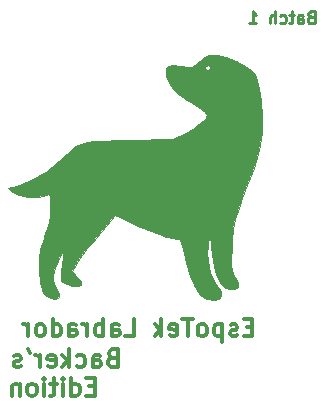
<source format=gbr>
G04 #@! TF.FileFunction,Legend,Bot*
%FSLAX46Y46*%
G04 Gerber Fmt 4.6, Leading zero omitted, Abs format (unit mm)*
G04 Created by KiCad (PCBNEW 4.0.4-stable) date 04/18/17 12:51:57*
%MOMM*%
%LPD*%
G01*
G04 APERTURE LIST*
%ADD10C,0.100000*%
%ADD11C,0.250000*%
%ADD12C,0.300000*%
%ADD13C,0.010000*%
G04 APERTURE END LIST*
D10*
D11*
X101794962Y-99801371D02*
X101652105Y-99848990D01*
X101604486Y-99896610D01*
X101556867Y-99991848D01*
X101556867Y-100134705D01*
X101604486Y-100229943D01*
X101652105Y-100277562D01*
X101747343Y-100325181D01*
X102128296Y-100325181D01*
X102128296Y-99325181D01*
X101794962Y-99325181D01*
X101699724Y-99372800D01*
X101652105Y-99420419D01*
X101604486Y-99515657D01*
X101604486Y-99610895D01*
X101652105Y-99706133D01*
X101699724Y-99753752D01*
X101794962Y-99801371D01*
X102128296Y-99801371D01*
X100699724Y-100325181D02*
X100699724Y-99801371D01*
X100747343Y-99706133D01*
X100842581Y-99658514D01*
X101033058Y-99658514D01*
X101128296Y-99706133D01*
X100699724Y-100277562D02*
X100794962Y-100325181D01*
X101033058Y-100325181D01*
X101128296Y-100277562D01*
X101175915Y-100182324D01*
X101175915Y-100087086D01*
X101128296Y-99991848D01*
X101033058Y-99944229D01*
X100794962Y-99944229D01*
X100699724Y-99896610D01*
X100366391Y-99658514D02*
X99985439Y-99658514D01*
X100223534Y-99325181D02*
X100223534Y-100182324D01*
X100175915Y-100277562D01*
X100080677Y-100325181D01*
X99985439Y-100325181D01*
X99223533Y-100277562D02*
X99318771Y-100325181D01*
X99509248Y-100325181D01*
X99604486Y-100277562D01*
X99652105Y-100229943D01*
X99699724Y-100134705D01*
X99699724Y-99848990D01*
X99652105Y-99753752D01*
X99604486Y-99706133D01*
X99509248Y-99658514D01*
X99318771Y-99658514D01*
X99223533Y-99706133D01*
X98794962Y-100325181D02*
X98794962Y-99325181D01*
X98366390Y-100325181D02*
X98366390Y-99801371D01*
X98414009Y-99706133D01*
X98509247Y-99658514D01*
X98652105Y-99658514D01*
X98747343Y-99706133D01*
X98794962Y-99753752D01*
X96604485Y-100325181D02*
X97175914Y-100325181D01*
X96890200Y-100325181D02*
X96890200Y-99325181D01*
X96985438Y-99468038D01*
X97080676Y-99563276D01*
X97175914Y-99610895D01*
D12*
X83522700Y-131071157D02*
X83022700Y-131071157D01*
X82808414Y-131856871D02*
X83522700Y-131856871D01*
X83522700Y-130356871D01*
X82808414Y-130356871D01*
X81522700Y-131856871D02*
X81522700Y-130356871D01*
X81522700Y-131785443D02*
X81665557Y-131856871D01*
X81951271Y-131856871D01*
X82094129Y-131785443D01*
X82165557Y-131714014D01*
X82236986Y-131571157D01*
X82236986Y-131142586D01*
X82165557Y-130999729D01*
X82094129Y-130928300D01*
X81951271Y-130856871D01*
X81665557Y-130856871D01*
X81522700Y-130928300D01*
X80808414Y-131856871D02*
X80808414Y-130856871D01*
X80808414Y-130356871D02*
X80879843Y-130428300D01*
X80808414Y-130499729D01*
X80736986Y-130428300D01*
X80808414Y-130356871D01*
X80808414Y-130499729D01*
X80308414Y-130856871D02*
X79736985Y-130856871D01*
X80094128Y-130356871D02*
X80094128Y-131642586D01*
X80022700Y-131785443D01*
X79879842Y-131856871D01*
X79736985Y-131856871D01*
X79236985Y-131856871D02*
X79236985Y-130856871D01*
X79236985Y-130356871D02*
X79308414Y-130428300D01*
X79236985Y-130499729D01*
X79165557Y-130428300D01*
X79236985Y-130356871D01*
X79236985Y-130499729D01*
X78308413Y-131856871D02*
X78451271Y-131785443D01*
X78522699Y-131714014D01*
X78594128Y-131571157D01*
X78594128Y-131142586D01*
X78522699Y-130999729D01*
X78451271Y-130928300D01*
X78308413Y-130856871D01*
X78094128Y-130856871D01*
X77951271Y-130928300D01*
X77879842Y-130999729D01*
X77808413Y-131142586D01*
X77808413Y-131571157D01*
X77879842Y-131714014D01*
X77951271Y-131785443D01*
X78094128Y-131856871D01*
X78308413Y-131856871D01*
X77165556Y-130856871D02*
X77165556Y-131856871D01*
X77165556Y-130999729D02*
X77094128Y-130928300D01*
X76951270Y-130856871D01*
X76736985Y-130856871D01*
X76594128Y-130928300D01*
X76522699Y-131071157D01*
X76522699Y-131856871D01*
X84995057Y-128658157D02*
X84780771Y-128729586D01*
X84709343Y-128801014D01*
X84637914Y-128943871D01*
X84637914Y-129158157D01*
X84709343Y-129301014D01*
X84780771Y-129372443D01*
X84923629Y-129443871D01*
X85495057Y-129443871D01*
X85495057Y-127943871D01*
X84995057Y-127943871D01*
X84852200Y-128015300D01*
X84780771Y-128086729D01*
X84709343Y-128229586D01*
X84709343Y-128372443D01*
X84780771Y-128515300D01*
X84852200Y-128586729D01*
X84995057Y-128658157D01*
X85495057Y-128658157D01*
X83352200Y-129443871D02*
X83352200Y-128658157D01*
X83423629Y-128515300D01*
X83566486Y-128443871D01*
X83852200Y-128443871D01*
X83995057Y-128515300D01*
X83352200Y-129372443D02*
X83495057Y-129443871D01*
X83852200Y-129443871D01*
X83995057Y-129372443D01*
X84066486Y-129229586D01*
X84066486Y-129086729D01*
X83995057Y-128943871D01*
X83852200Y-128872443D01*
X83495057Y-128872443D01*
X83352200Y-128801014D01*
X81995057Y-129372443D02*
X82137914Y-129443871D01*
X82423628Y-129443871D01*
X82566486Y-129372443D01*
X82637914Y-129301014D01*
X82709343Y-129158157D01*
X82709343Y-128729586D01*
X82637914Y-128586729D01*
X82566486Y-128515300D01*
X82423628Y-128443871D01*
X82137914Y-128443871D01*
X81995057Y-128515300D01*
X81352200Y-129443871D02*
X81352200Y-127943871D01*
X81209343Y-128872443D02*
X80780772Y-129443871D01*
X80780772Y-128443871D02*
X81352200Y-129015300D01*
X79566486Y-129372443D02*
X79709343Y-129443871D01*
X79995057Y-129443871D01*
X80137914Y-129372443D01*
X80209343Y-129229586D01*
X80209343Y-128658157D01*
X80137914Y-128515300D01*
X79995057Y-128443871D01*
X79709343Y-128443871D01*
X79566486Y-128515300D01*
X79495057Y-128658157D01*
X79495057Y-128801014D01*
X80209343Y-128943871D01*
X78852200Y-129443871D02*
X78852200Y-128443871D01*
X78852200Y-128729586D02*
X78780772Y-128586729D01*
X78709343Y-128515300D01*
X78566486Y-128443871D01*
X78423629Y-128443871D01*
X77852201Y-127943871D02*
X77995058Y-128229586D01*
X77280772Y-129372443D02*
X77137915Y-129443871D01*
X76852200Y-129443871D01*
X76709343Y-129372443D01*
X76637915Y-129229586D01*
X76637915Y-129158157D01*
X76709343Y-129015300D01*
X76852200Y-128943871D01*
X77066486Y-128943871D01*
X77209343Y-128872443D01*
X77280772Y-128729586D01*
X77280772Y-128658157D01*
X77209343Y-128515300D01*
X77066486Y-128443871D01*
X76852200Y-128443871D01*
X76709343Y-128515300D01*
X96868843Y-126054657D02*
X96368843Y-126054657D01*
X96154557Y-126840371D02*
X96868843Y-126840371D01*
X96868843Y-125340371D01*
X96154557Y-125340371D01*
X95583129Y-126768943D02*
X95440272Y-126840371D01*
X95154557Y-126840371D01*
X95011700Y-126768943D01*
X94940272Y-126626086D01*
X94940272Y-126554657D01*
X95011700Y-126411800D01*
X95154557Y-126340371D01*
X95368843Y-126340371D01*
X95511700Y-126268943D01*
X95583129Y-126126086D01*
X95583129Y-126054657D01*
X95511700Y-125911800D01*
X95368843Y-125840371D01*
X95154557Y-125840371D01*
X95011700Y-125911800D01*
X94297414Y-125840371D02*
X94297414Y-127340371D01*
X94297414Y-125911800D02*
X94154557Y-125840371D01*
X93868843Y-125840371D01*
X93725986Y-125911800D01*
X93654557Y-125983229D01*
X93583128Y-126126086D01*
X93583128Y-126554657D01*
X93654557Y-126697514D01*
X93725986Y-126768943D01*
X93868843Y-126840371D01*
X94154557Y-126840371D01*
X94297414Y-126768943D01*
X92725985Y-126840371D02*
X92868843Y-126768943D01*
X92940271Y-126697514D01*
X93011700Y-126554657D01*
X93011700Y-126126086D01*
X92940271Y-125983229D01*
X92868843Y-125911800D01*
X92725985Y-125840371D01*
X92511700Y-125840371D01*
X92368843Y-125911800D01*
X92297414Y-125983229D01*
X92225985Y-126126086D01*
X92225985Y-126554657D01*
X92297414Y-126697514D01*
X92368843Y-126768943D01*
X92511700Y-126840371D01*
X92725985Y-126840371D01*
X91797414Y-125340371D02*
X90940271Y-125340371D01*
X91368842Y-126840371D02*
X91368842Y-125340371D01*
X89868843Y-126768943D02*
X90011700Y-126840371D01*
X90297414Y-126840371D01*
X90440271Y-126768943D01*
X90511700Y-126626086D01*
X90511700Y-126054657D01*
X90440271Y-125911800D01*
X90297414Y-125840371D01*
X90011700Y-125840371D01*
X89868843Y-125911800D01*
X89797414Y-126054657D01*
X89797414Y-126197514D01*
X90511700Y-126340371D01*
X89154557Y-126840371D02*
X89154557Y-125340371D01*
X89011700Y-126268943D02*
X88583129Y-126840371D01*
X88583129Y-125840371D02*
X89154557Y-126411800D01*
X86083128Y-126840371D02*
X86797414Y-126840371D01*
X86797414Y-125340371D01*
X84940271Y-126840371D02*
X84940271Y-126054657D01*
X85011700Y-125911800D01*
X85154557Y-125840371D01*
X85440271Y-125840371D01*
X85583128Y-125911800D01*
X84940271Y-126768943D02*
X85083128Y-126840371D01*
X85440271Y-126840371D01*
X85583128Y-126768943D01*
X85654557Y-126626086D01*
X85654557Y-126483229D01*
X85583128Y-126340371D01*
X85440271Y-126268943D01*
X85083128Y-126268943D01*
X84940271Y-126197514D01*
X84225985Y-126840371D02*
X84225985Y-125340371D01*
X84225985Y-125911800D02*
X84083128Y-125840371D01*
X83797414Y-125840371D01*
X83654557Y-125911800D01*
X83583128Y-125983229D01*
X83511699Y-126126086D01*
X83511699Y-126554657D01*
X83583128Y-126697514D01*
X83654557Y-126768943D01*
X83797414Y-126840371D01*
X84083128Y-126840371D01*
X84225985Y-126768943D01*
X82868842Y-126840371D02*
X82868842Y-125840371D01*
X82868842Y-126126086D02*
X82797414Y-125983229D01*
X82725985Y-125911800D01*
X82583128Y-125840371D01*
X82440271Y-125840371D01*
X81297414Y-126840371D02*
X81297414Y-126054657D01*
X81368843Y-125911800D01*
X81511700Y-125840371D01*
X81797414Y-125840371D01*
X81940271Y-125911800D01*
X81297414Y-126768943D02*
X81440271Y-126840371D01*
X81797414Y-126840371D01*
X81940271Y-126768943D01*
X82011700Y-126626086D01*
X82011700Y-126483229D01*
X81940271Y-126340371D01*
X81797414Y-126268943D01*
X81440271Y-126268943D01*
X81297414Y-126197514D01*
X79940271Y-126840371D02*
X79940271Y-125340371D01*
X79940271Y-126768943D02*
X80083128Y-126840371D01*
X80368842Y-126840371D01*
X80511700Y-126768943D01*
X80583128Y-126697514D01*
X80654557Y-126554657D01*
X80654557Y-126126086D01*
X80583128Y-125983229D01*
X80511700Y-125911800D01*
X80368842Y-125840371D01*
X80083128Y-125840371D01*
X79940271Y-125911800D01*
X79011699Y-126840371D02*
X79154557Y-126768943D01*
X79225985Y-126697514D01*
X79297414Y-126554657D01*
X79297414Y-126126086D01*
X79225985Y-125983229D01*
X79154557Y-125911800D01*
X79011699Y-125840371D01*
X78797414Y-125840371D01*
X78654557Y-125911800D01*
X78583128Y-125983229D01*
X78511699Y-126126086D01*
X78511699Y-126554657D01*
X78583128Y-126697514D01*
X78654557Y-126768943D01*
X78797414Y-126840371D01*
X79011699Y-126840371D01*
X77868842Y-126840371D02*
X77868842Y-125840371D01*
X77868842Y-126126086D02*
X77797414Y-125983229D01*
X77725985Y-125911800D01*
X77583128Y-125840371D01*
X77440271Y-125840371D01*
D13*
G36*
X93882956Y-103050215D02*
X94658703Y-103230806D01*
X95465333Y-103540380D01*
X96206901Y-103930122D01*
X96787461Y-104351218D01*
X97066854Y-104670113D01*
X97261997Y-105147664D01*
X97444505Y-105888604D01*
X97596590Y-106819939D01*
X97603192Y-106871095D01*
X97702993Y-108246578D01*
X97636267Y-109608830D01*
X97391348Y-111029524D01*
X96956573Y-112580332D01*
X96437992Y-114031109D01*
X96021802Y-115122505D01*
X95712463Y-115976875D01*
X95491627Y-116669454D01*
X95340946Y-117275478D01*
X95242071Y-117870180D01*
X95176653Y-118528795D01*
X95126346Y-119326557D01*
X95120572Y-119432992D01*
X95080255Y-120266776D01*
X95071332Y-120839410D01*
X95102252Y-121225383D01*
X95181462Y-121499185D01*
X95317412Y-121735307D01*
X95393753Y-121841552D01*
X95657127Y-122321549D01*
X95623731Y-122644990D01*
X95294586Y-122809241D01*
X95009692Y-122830867D01*
X94509362Y-122741918D01*
X94173352Y-122431295D01*
X94162465Y-122414900D01*
X93945835Y-121950388D01*
X93730952Y-121271078D01*
X93547298Y-120497448D01*
X93424355Y-119749980D01*
X93389540Y-119256364D01*
X93348310Y-118850796D01*
X93249197Y-118635903D01*
X93218841Y-118625569D01*
X93113643Y-118777273D01*
X93061596Y-119175620D01*
X93060195Y-119735468D01*
X93106936Y-120371673D01*
X93199313Y-120999091D01*
X93301271Y-121427054D01*
X93511870Y-121978257D01*
X93765256Y-122429861D01*
X93890013Y-122577032D01*
X94208914Y-123005298D01*
X94238428Y-123386942D01*
X94025522Y-123668381D01*
X93617161Y-123796032D01*
X93060311Y-123716310D01*
X92932381Y-123669611D01*
X92447906Y-123310693D01*
X91988977Y-122656294D01*
X91575428Y-121747310D01*
X91227096Y-120624635D01*
X91038568Y-119765197D01*
X90919662Y-119167530D01*
X90807417Y-118821068D01*
X90648528Y-118645980D01*
X90389694Y-118562435D01*
X90214825Y-118531496D01*
X89584906Y-118403680D01*
X88953783Y-118220166D01*
X88237129Y-117950927D01*
X87350616Y-117565935D01*
X86826788Y-117325061D01*
X85228775Y-116581227D01*
X84808245Y-117120925D01*
X84496287Y-117503105D01*
X84044310Y-118034927D01*
X83537692Y-118616274D01*
X83412433Y-118757697D01*
X82896992Y-119367983D01*
X82414190Y-119991785D01*
X82053804Y-120512031D01*
X82002823Y-120595895D01*
X81568496Y-121337020D01*
X82043420Y-121832734D01*
X82337913Y-122191732D01*
X82387437Y-122425451D01*
X82322999Y-122523796D01*
X82039037Y-122606495D01*
X81596774Y-122558125D01*
X81129881Y-122414752D01*
X80772028Y-122212442D01*
X80664723Y-122076378D01*
X80642623Y-121797264D01*
X80673757Y-121301736D01*
X80739263Y-120782152D01*
X80815598Y-120225852D01*
X80854253Y-119820055D01*
X80848541Y-119660593D01*
X80740683Y-119739443D01*
X80564641Y-120045657D01*
X80361155Y-120488296D01*
X80170963Y-120976421D01*
X80034805Y-121419093D01*
X80010037Y-121532342D01*
X79982741Y-122084669D01*
X80164765Y-122604347D01*
X80250257Y-122756968D01*
X80484734Y-123250294D01*
X80469567Y-123541915D01*
X80197333Y-123663601D01*
X80036429Y-123671927D01*
X79518025Y-123556617D01*
X79162696Y-123190642D01*
X78945513Y-122543936D01*
X78906102Y-122308741D01*
X78783631Y-121187375D01*
X78781340Y-120268559D01*
X78909528Y-119436867D01*
X79178495Y-118576878D01*
X79257252Y-118373251D01*
X79557399Y-117520692D01*
X79713760Y-116780506D01*
X79761680Y-115980300D01*
X79761888Y-115911803D01*
X79753743Y-115294482D01*
X79717798Y-114950811D01*
X79636784Y-114818182D01*
X79493436Y-114833987D01*
X79467517Y-114844435D01*
X78705984Y-115038062D01*
X77874750Y-115050461D01*
X77099830Y-114892290D01*
X76533787Y-114596336D01*
X76150792Y-114286204D01*
X76905015Y-114085505D01*
X78116949Y-113626210D01*
X79347151Y-112910123D01*
X80497119Y-111995961D01*
X80646192Y-111855430D01*
X81142511Y-111380749D01*
X81558673Y-111014468D01*
X81948106Y-110741411D01*
X82364243Y-110546402D01*
X82860515Y-110414263D01*
X83490352Y-110329818D01*
X84307186Y-110277889D01*
X85364448Y-110243301D01*
X86410466Y-110218124D01*
X90115336Y-110130867D01*
X91210430Y-109591424D01*
X91822580Y-109257937D01*
X92363000Y-108908114D01*
X92705743Y-108625968D01*
X92962049Y-108325270D01*
X92998331Y-108127561D01*
X92833746Y-107899246D01*
X92813218Y-107876478D01*
X92526006Y-107633668D01*
X92044162Y-107297534D01*
X91467558Y-106937384D01*
X91417762Y-106908110D01*
X90483228Y-106251160D01*
X89856413Y-105558574D01*
X89549129Y-104845106D01*
X89518179Y-104535547D01*
X89567072Y-104135966D01*
X89619573Y-104075238D01*
X92882418Y-104075238D01*
X92967768Y-104284590D01*
X93063245Y-104295315D01*
X93237036Y-104121656D01*
X93244073Y-104075238D01*
X93113117Y-103878004D01*
X93063245Y-103855161D01*
X92909863Y-103936360D01*
X92882418Y-104075238D01*
X89619573Y-104075238D01*
X89752891Y-103921029D01*
X90134346Y-103865412D01*
X90770150Y-103943792D01*
X90855026Y-103958941D01*
X91372731Y-104037885D01*
X91719304Y-104010865D01*
X92041937Y-103837803D01*
X92424467Y-103531598D01*
X92866285Y-103189929D01*
X93209055Y-103034234D01*
X93596129Y-103017198D01*
X93882956Y-103050215D01*
X93882956Y-103050215D01*
G37*
X93882956Y-103050215D02*
X94658703Y-103230806D01*
X95465333Y-103540380D01*
X96206901Y-103930122D01*
X96787461Y-104351218D01*
X97066854Y-104670113D01*
X97261997Y-105147664D01*
X97444505Y-105888604D01*
X97596590Y-106819939D01*
X97603192Y-106871095D01*
X97702993Y-108246578D01*
X97636267Y-109608830D01*
X97391348Y-111029524D01*
X96956573Y-112580332D01*
X96437992Y-114031109D01*
X96021802Y-115122505D01*
X95712463Y-115976875D01*
X95491627Y-116669454D01*
X95340946Y-117275478D01*
X95242071Y-117870180D01*
X95176653Y-118528795D01*
X95126346Y-119326557D01*
X95120572Y-119432992D01*
X95080255Y-120266776D01*
X95071332Y-120839410D01*
X95102252Y-121225383D01*
X95181462Y-121499185D01*
X95317412Y-121735307D01*
X95393753Y-121841552D01*
X95657127Y-122321549D01*
X95623731Y-122644990D01*
X95294586Y-122809241D01*
X95009692Y-122830867D01*
X94509362Y-122741918D01*
X94173352Y-122431295D01*
X94162465Y-122414900D01*
X93945835Y-121950388D01*
X93730952Y-121271078D01*
X93547298Y-120497448D01*
X93424355Y-119749980D01*
X93389540Y-119256364D01*
X93348310Y-118850796D01*
X93249197Y-118635903D01*
X93218841Y-118625569D01*
X93113643Y-118777273D01*
X93061596Y-119175620D01*
X93060195Y-119735468D01*
X93106936Y-120371673D01*
X93199313Y-120999091D01*
X93301271Y-121427054D01*
X93511870Y-121978257D01*
X93765256Y-122429861D01*
X93890013Y-122577032D01*
X94208914Y-123005298D01*
X94238428Y-123386942D01*
X94025522Y-123668381D01*
X93617161Y-123796032D01*
X93060311Y-123716310D01*
X92932381Y-123669611D01*
X92447906Y-123310693D01*
X91988977Y-122656294D01*
X91575428Y-121747310D01*
X91227096Y-120624635D01*
X91038568Y-119765197D01*
X90919662Y-119167530D01*
X90807417Y-118821068D01*
X90648528Y-118645980D01*
X90389694Y-118562435D01*
X90214825Y-118531496D01*
X89584906Y-118403680D01*
X88953783Y-118220166D01*
X88237129Y-117950927D01*
X87350616Y-117565935D01*
X86826788Y-117325061D01*
X85228775Y-116581227D01*
X84808245Y-117120925D01*
X84496287Y-117503105D01*
X84044310Y-118034927D01*
X83537692Y-118616274D01*
X83412433Y-118757697D01*
X82896992Y-119367983D01*
X82414190Y-119991785D01*
X82053804Y-120512031D01*
X82002823Y-120595895D01*
X81568496Y-121337020D01*
X82043420Y-121832734D01*
X82337913Y-122191732D01*
X82387437Y-122425451D01*
X82322999Y-122523796D01*
X82039037Y-122606495D01*
X81596774Y-122558125D01*
X81129881Y-122414752D01*
X80772028Y-122212442D01*
X80664723Y-122076378D01*
X80642623Y-121797264D01*
X80673757Y-121301736D01*
X80739263Y-120782152D01*
X80815598Y-120225852D01*
X80854253Y-119820055D01*
X80848541Y-119660593D01*
X80740683Y-119739443D01*
X80564641Y-120045657D01*
X80361155Y-120488296D01*
X80170963Y-120976421D01*
X80034805Y-121419093D01*
X80010037Y-121532342D01*
X79982741Y-122084669D01*
X80164765Y-122604347D01*
X80250257Y-122756968D01*
X80484734Y-123250294D01*
X80469567Y-123541915D01*
X80197333Y-123663601D01*
X80036429Y-123671927D01*
X79518025Y-123556617D01*
X79162696Y-123190642D01*
X78945513Y-122543936D01*
X78906102Y-122308741D01*
X78783631Y-121187375D01*
X78781340Y-120268559D01*
X78909528Y-119436867D01*
X79178495Y-118576878D01*
X79257252Y-118373251D01*
X79557399Y-117520692D01*
X79713760Y-116780506D01*
X79761680Y-115980300D01*
X79761888Y-115911803D01*
X79753743Y-115294482D01*
X79717798Y-114950811D01*
X79636784Y-114818182D01*
X79493436Y-114833987D01*
X79467517Y-114844435D01*
X78705984Y-115038062D01*
X77874750Y-115050461D01*
X77099830Y-114892290D01*
X76533787Y-114596336D01*
X76150792Y-114286204D01*
X76905015Y-114085505D01*
X78116949Y-113626210D01*
X79347151Y-112910123D01*
X80497119Y-111995961D01*
X80646192Y-111855430D01*
X81142511Y-111380749D01*
X81558673Y-111014468D01*
X81948106Y-110741411D01*
X82364243Y-110546402D01*
X82860515Y-110414263D01*
X83490352Y-110329818D01*
X84307186Y-110277889D01*
X85364448Y-110243301D01*
X86410466Y-110218124D01*
X90115336Y-110130867D01*
X91210430Y-109591424D01*
X91822580Y-109257937D01*
X92363000Y-108908114D01*
X92705743Y-108625968D01*
X92962049Y-108325270D01*
X92998331Y-108127561D01*
X92833746Y-107899246D01*
X92813218Y-107876478D01*
X92526006Y-107633668D01*
X92044162Y-107297534D01*
X91467558Y-106937384D01*
X91417762Y-106908110D01*
X90483228Y-106251160D01*
X89856413Y-105558574D01*
X89549129Y-104845106D01*
X89518179Y-104535547D01*
X89567072Y-104135966D01*
X89619573Y-104075238D01*
X92882418Y-104075238D01*
X92967768Y-104284590D01*
X93063245Y-104295315D01*
X93237036Y-104121656D01*
X93244073Y-104075238D01*
X93113117Y-103878004D01*
X93063245Y-103855161D01*
X92909863Y-103936360D01*
X92882418Y-104075238D01*
X89619573Y-104075238D01*
X89752891Y-103921029D01*
X90134346Y-103865412D01*
X90770150Y-103943792D01*
X90855026Y-103958941D01*
X91372731Y-104037885D01*
X91719304Y-104010865D01*
X92041937Y-103837803D01*
X92424467Y-103531598D01*
X92866285Y-103189929D01*
X93209055Y-103034234D01*
X93596129Y-103017198D01*
X93882956Y-103050215D01*
M02*

</source>
